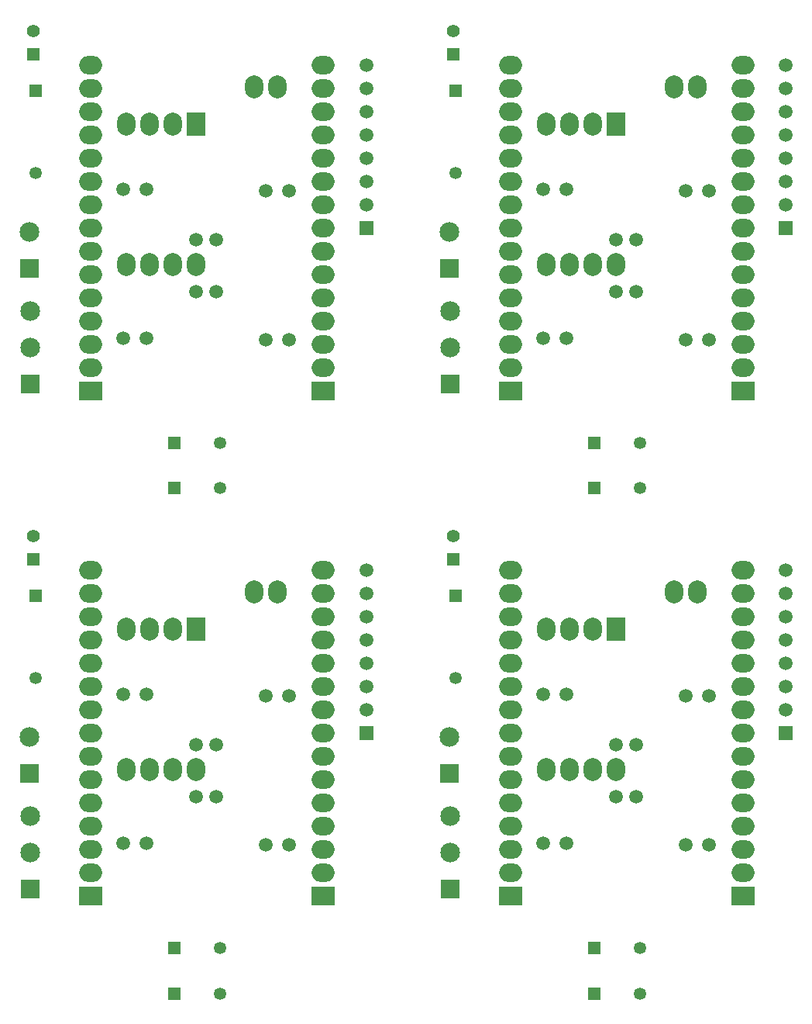
<source format=gbr>
G04*
G04 #@! TF.GenerationSoftware,Altium Limited,Altium Designer,25.4.2 (15)*
G04*
G04 Layer_Color=12632256*
%FSLAX44Y44*%
%MOMM*%
G71*
G04*
G04 #@! TF.SameCoordinates,E50F2220-639C-4698-B7CA-9BFD618F9179*
G04*
G04*
G04 #@! TF.FilePolarity,Positive*
G04*
G01*
G75*
%ADD13C,1.3500*%
%ADD14R,1.3500X1.3500*%
%ADD15O,2.0000X2.5000*%
%ADD16R,2.0000X2.5000*%
%ADD17C,1.5000*%
%ADD18R,1.5000X1.5000*%
%ADD19O,2.5000X2.0000*%
%ADD20R,2.5000X2.0000*%
%ADD21C,2.1500*%
%ADD22R,2.1500X2.1500*%
%ADD23C,1.4000*%
%ADD24R,1.4000X1.4000*%
%ADD25R,1.3500X1.3500*%
D13*
X755750Y313710D02*
D03*
Y362960D02*
D03*
X554250Y657960D02*
D03*
X1214540Y313710D02*
D03*
Y362960D02*
D03*
X1013040Y657960D02*
D03*
X755750Y864980D02*
D03*
Y914230D02*
D03*
X554250Y1209230D02*
D03*
X1214540Y864980D02*
D03*
Y914230D02*
D03*
X1013040Y1209230D02*
D03*
D14*
X705750Y313710D02*
D03*
Y362960D02*
D03*
X1164540Y313710D02*
D03*
Y362960D02*
D03*
X705750Y864980D02*
D03*
Y914230D02*
D03*
X1164540Y864980D02*
D03*
Y914230D02*
D03*
D15*
X793450Y752010D02*
D03*
X818850D02*
D03*
X653050Y557810D02*
D03*
X678450D02*
D03*
X703850D02*
D03*
X729250D02*
D03*
X653050Y711210D02*
D03*
X678450D02*
D03*
X703850D02*
D03*
X1252240Y752010D02*
D03*
X1277640D02*
D03*
X1111840Y557810D02*
D03*
X1137240D02*
D03*
X1162640D02*
D03*
X1188040D02*
D03*
X1111840Y711210D02*
D03*
X1137240D02*
D03*
X1162640D02*
D03*
X793450Y1303280D02*
D03*
X818850D02*
D03*
X653050Y1109080D02*
D03*
X678450D02*
D03*
X703850D02*
D03*
X729250D02*
D03*
X653050Y1262480D02*
D03*
X678450D02*
D03*
X703850D02*
D03*
X1252240Y1303280D02*
D03*
X1277640D02*
D03*
X1111840Y1109080D02*
D03*
X1137240D02*
D03*
X1162640D02*
D03*
X1188040D02*
D03*
X1111840Y1262480D02*
D03*
X1137240D02*
D03*
X1162640D02*
D03*
D16*
X729250Y711210D02*
D03*
X1188040D02*
D03*
X729250Y1262480D02*
D03*
X1188040D02*
D03*
D17*
X729250Y585210D02*
D03*
Y528210D02*
D03*
X915500Y623110D02*
D03*
Y648510D02*
D03*
Y673910D02*
D03*
Y699310D02*
D03*
Y724710D02*
D03*
Y750110D02*
D03*
Y775510D02*
D03*
X649750Y640270D02*
D03*
X675150D02*
D03*
X752000Y528210D02*
D03*
Y585210D02*
D03*
X831500Y476150D02*
D03*
X806100D02*
D03*
Y638710D02*
D03*
X831500D02*
D03*
X675150Y477710D02*
D03*
X649750D02*
D03*
X1188040Y585210D02*
D03*
Y528210D02*
D03*
X1374290Y623110D02*
D03*
Y648510D02*
D03*
Y673910D02*
D03*
Y699310D02*
D03*
Y724710D02*
D03*
Y750110D02*
D03*
Y775510D02*
D03*
X1108540Y640270D02*
D03*
X1133940D02*
D03*
X1210790Y528210D02*
D03*
Y585210D02*
D03*
X1290290Y476150D02*
D03*
X1264890D02*
D03*
Y638710D02*
D03*
X1290290D02*
D03*
X1133940Y477710D02*
D03*
X1108540D02*
D03*
X729250Y1136480D02*
D03*
Y1079480D02*
D03*
X915500Y1174380D02*
D03*
Y1199780D02*
D03*
Y1225180D02*
D03*
Y1250580D02*
D03*
Y1275980D02*
D03*
Y1301380D02*
D03*
Y1326780D02*
D03*
X649750Y1191540D02*
D03*
X675150D02*
D03*
X752000Y1079480D02*
D03*
Y1136480D02*
D03*
X831500Y1027420D02*
D03*
X806100D02*
D03*
Y1189980D02*
D03*
X831500D02*
D03*
X675150Y1028980D02*
D03*
X649750D02*
D03*
X1188040Y1136480D02*
D03*
Y1079480D02*
D03*
X1374290Y1174380D02*
D03*
Y1199780D02*
D03*
Y1225180D02*
D03*
Y1250580D02*
D03*
Y1275980D02*
D03*
Y1301380D02*
D03*
Y1326780D02*
D03*
X1108540Y1191540D02*
D03*
X1133940D02*
D03*
X1210790Y1079480D02*
D03*
Y1136480D02*
D03*
X1290290Y1027420D02*
D03*
X1264890D02*
D03*
Y1189980D02*
D03*
X1290290D02*
D03*
X1133940Y1028980D02*
D03*
X1108540D02*
D03*
D18*
X915500Y597710D02*
D03*
X1374290D02*
D03*
X915500Y1148980D02*
D03*
X1374290D02*
D03*
D19*
X868500Y775510D02*
D03*
Y750110D02*
D03*
Y724710D02*
D03*
Y699310D02*
D03*
Y673910D02*
D03*
Y648510D02*
D03*
Y623110D02*
D03*
Y597710D02*
D03*
Y572310D02*
D03*
Y546910D02*
D03*
Y521510D02*
D03*
Y496110D02*
D03*
Y470710D02*
D03*
Y445310D02*
D03*
X614500Y496110D02*
D03*
Y775510D02*
D03*
Y750110D02*
D03*
Y724710D02*
D03*
Y699310D02*
D03*
Y673910D02*
D03*
Y648510D02*
D03*
Y623110D02*
D03*
Y597710D02*
D03*
Y572310D02*
D03*
Y546910D02*
D03*
Y521510D02*
D03*
Y470710D02*
D03*
Y445310D02*
D03*
X1327290Y775510D02*
D03*
Y750110D02*
D03*
Y724710D02*
D03*
Y699310D02*
D03*
Y673910D02*
D03*
Y648510D02*
D03*
Y623110D02*
D03*
Y597710D02*
D03*
Y572310D02*
D03*
Y546910D02*
D03*
Y521510D02*
D03*
Y496110D02*
D03*
Y470710D02*
D03*
Y445310D02*
D03*
X1073290Y496110D02*
D03*
Y775510D02*
D03*
Y750110D02*
D03*
Y724710D02*
D03*
Y699310D02*
D03*
Y673910D02*
D03*
Y648510D02*
D03*
Y623110D02*
D03*
Y597710D02*
D03*
Y572310D02*
D03*
Y546910D02*
D03*
Y521510D02*
D03*
Y470710D02*
D03*
Y445310D02*
D03*
X868500Y1326780D02*
D03*
Y1301380D02*
D03*
Y1275980D02*
D03*
Y1250580D02*
D03*
Y1225180D02*
D03*
Y1199780D02*
D03*
Y1174380D02*
D03*
Y1148980D02*
D03*
Y1123580D02*
D03*
Y1098180D02*
D03*
Y1072780D02*
D03*
Y1047380D02*
D03*
Y1021980D02*
D03*
Y996580D02*
D03*
X614500Y1047380D02*
D03*
Y1326780D02*
D03*
Y1301380D02*
D03*
Y1275980D02*
D03*
Y1250580D02*
D03*
Y1225180D02*
D03*
Y1199780D02*
D03*
Y1174380D02*
D03*
Y1148980D02*
D03*
Y1123580D02*
D03*
Y1098180D02*
D03*
Y1072780D02*
D03*
Y1021980D02*
D03*
Y996580D02*
D03*
X1327290Y1326780D02*
D03*
Y1301380D02*
D03*
Y1275980D02*
D03*
Y1250580D02*
D03*
Y1225180D02*
D03*
Y1199780D02*
D03*
Y1174380D02*
D03*
Y1148980D02*
D03*
Y1123580D02*
D03*
Y1098180D02*
D03*
Y1072780D02*
D03*
Y1047380D02*
D03*
Y1021980D02*
D03*
Y996580D02*
D03*
X1073290Y1047380D02*
D03*
Y1326780D02*
D03*
Y1301380D02*
D03*
Y1275980D02*
D03*
Y1250580D02*
D03*
Y1225180D02*
D03*
Y1199780D02*
D03*
Y1174380D02*
D03*
Y1148980D02*
D03*
Y1123580D02*
D03*
Y1098180D02*
D03*
Y1072780D02*
D03*
Y1021980D02*
D03*
Y996580D02*
D03*
D20*
X868500Y419910D02*
D03*
X614500D02*
D03*
X1327290D02*
D03*
X1073290D02*
D03*
X868500Y971180D02*
D03*
X614500D02*
D03*
X1327290D02*
D03*
X1073290D02*
D03*
D21*
X548750Y507060D02*
D03*
Y467460D02*
D03*
X547250Y593710D02*
D03*
X1007540Y507060D02*
D03*
Y467460D02*
D03*
X1006040Y593710D02*
D03*
X548750Y1058330D02*
D03*
Y1018730D02*
D03*
X547250Y1144980D02*
D03*
X1007540Y1058330D02*
D03*
Y1018730D02*
D03*
X1006040Y1144980D02*
D03*
D22*
X548750Y427860D02*
D03*
X547250Y554110D02*
D03*
X1007540Y427860D02*
D03*
X1006040Y554110D02*
D03*
X548750Y979130D02*
D03*
X547250Y1105380D02*
D03*
X1007540Y979130D02*
D03*
X1006040Y1105380D02*
D03*
D23*
X551750Y812911D02*
D03*
X1010540D02*
D03*
X551750Y1364181D02*
D03*
X1010540D02*
D03*
D24*
X551750Y787510D02*
D03*
X1010540D02*
D03*
X551750Y1338780D02*
D03*
X1010540D02*
D03*
D25*
X554250Y747960D02*
D03*
X1013040D02*
D03*
X554250Y1299230D02*
D03*
X1013040D02*
D03*
M02*

</source>
